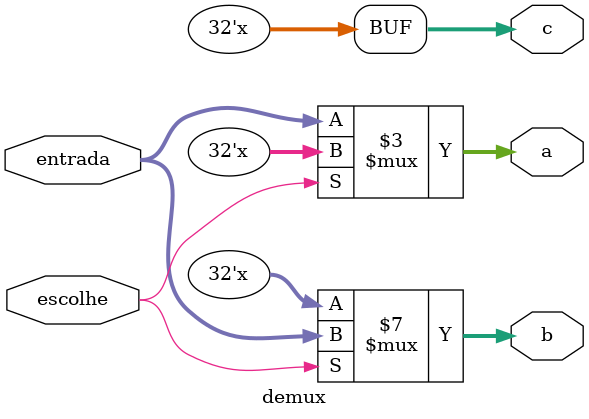
<source format=v>
module demux(entrada, escolhe, a, b, c);
	
	input[31:0] entrada;
	input escolhe;
	output reg[31:0] a, b, c;

	always @(*) begin
		case(escolhe) 
			2'b00: begin
				a = entrada;
			end
			2'b01: begin
				b = entrada;
			end 
			2'b10: begin
				c = entrada;
			end 
		endcase
	end
endmodule
</source>
